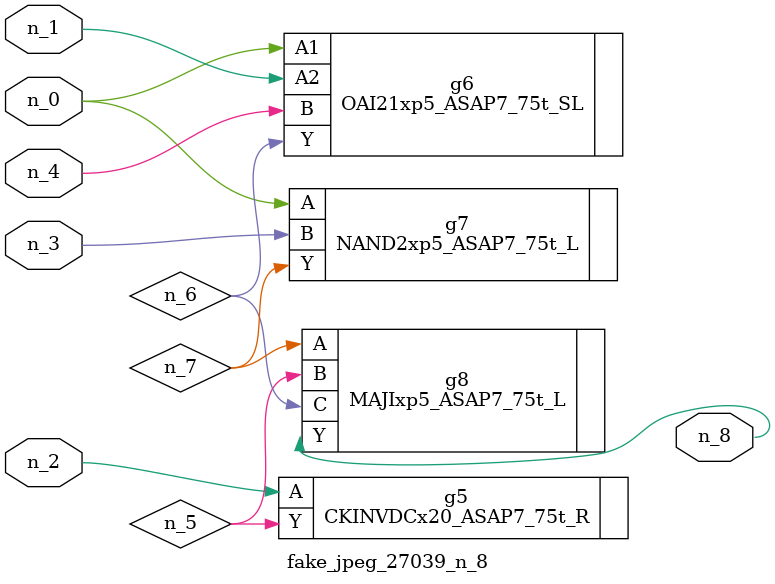
<source format=v>
module fake_jpeg_27039_n_8 (n_3, n_2, n_1, n_0, n_4, n_8);

input n_3;
input n_2;
input n_1;
input n_0;
input n_4;

output n_8;

wire n_6;
wire n_5;
wire n_7;

CKINVDCx20_ASAP7_75t_R g5 ( 
.A(n_2),
.Y(n_5)
);

OAI21xp5_ASAP7_75t_SL g6 ( 
.A1(n_0),
.A2(n_1),
.B(n_4),
.Y(n_6)
);

NAND2xp5_ASAP7_75t_L g7 ( 
.A(n_0),
.B(n_3),
.Y(n_7)
);

MAJIxp5_ASAP7_75t_L g8 ( 
.A(n_7),
.B(n_5),
.C(n_6),
.Y(n_8)
);


endmodule
</source>
